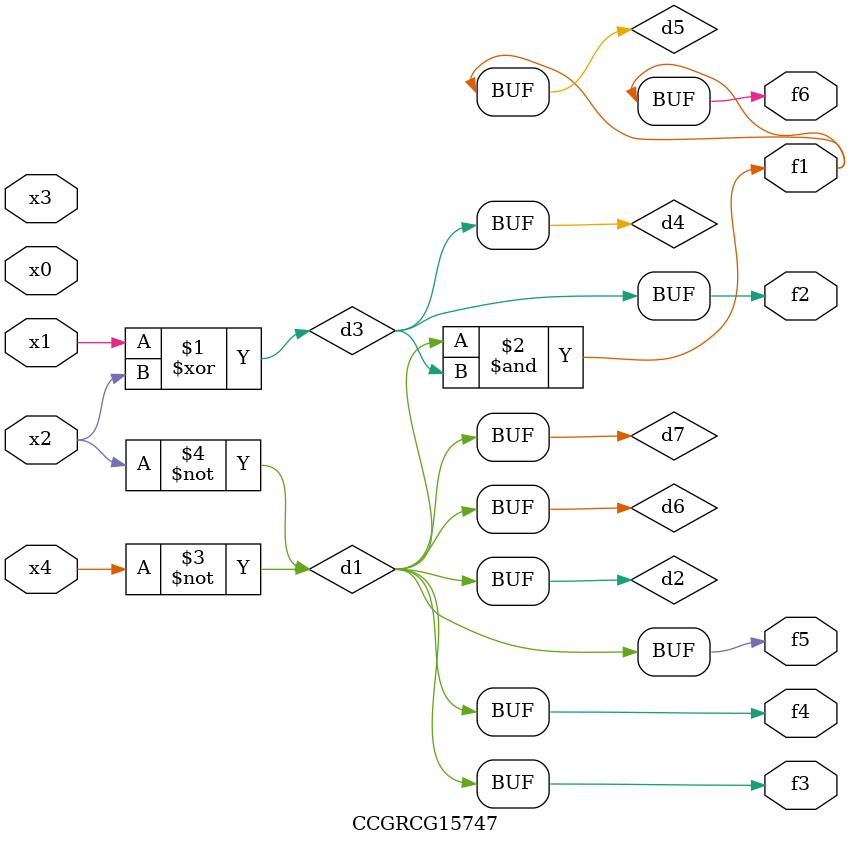
<source format=v>
module CCGRCG15747(
	input x0, x1, x2, x3, x4,
	output f1, f2, f3, f4, f5, f6
);

	wire d1, d2, d3, d4, d5, d6, d7;

	not (d1, x4);
	not (d2, x2);
	xor (d3, x1, x2);
	buf (d4, d3);
	and (d5, d1, d3);
	buf (d6, d1, d2);
	buf (d7, d2);
	assign f1 = d5;
	assign f2 = d4;
	assign f3 = d7;
	assign f4 = d7;
	assign f5 = d7;
	assign f6 = d5;
endmodule

</source>
